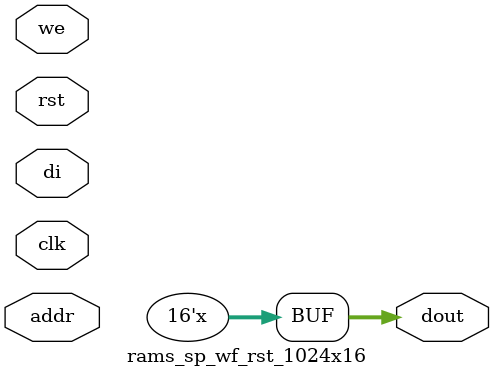
<source format=v>
/* Generated by Yosys 0.18+10 (git sha1 e9e2c024c, gcc 11.2.1 -fPIC -Os) */

module rams_sp_wf_rst_1024x16(clk, we, rst, addr, di, dout);
  input [9:0] addr;
  input clk;
  input [15:0] di;
  output [15:0] dout;
  input rst;
  input we;
  (* src = "/nfs_scratch/scratch/CompilerValidation/abdul_hameed/Validation/RTL_testcases/Memory_Designs/rams_sp_wf_rst_1024x16/./rtl/rams_sp_wf_rst_1024x16.v:6.13-6.17" *)
  (* src = "/nfs_scratch/scratch/CompilerValidation/abdul_hameed/Validation/RTL_testcases/Memory_Designs/rams_sp_wf_rst_1024x16/./rtl/rams_sp_wf_rst_1024x16.v:6.13-6.17" *)
  wire [9:0] addr;
  (* src = "/nfs_scratch/scratch/CompilerValidation/abdul_hameed/Validation/RTL_testcases/Memory_Designs/rams_sp_wf_rst_1024x16/./rtl/rams_sp_wf_rst_1024x16.v:3.7-3.10" *)
  (* src = "/nfs_scratch/scratch/CompilerValidation/abdul_hameed/Validation/RTL_testcases/Memory_Designs/rams_sp_wf_rst_1024x16/./rtl/rams_sp_wf_rst_1024x16.v:3.7-3.10" *)
  wire clk;
  (* src = "/nfs_scratch/scratch/CompilerValidation/abdul_hameed/Validation/RTL_testcases/Memory_Designs/rams_sp_wf_rst_1024x16/./rtl/rams_sp_wf_rst_1024x16.v:7.14-7.16" *)
  (* src = "/nfs_scratch/scratch/CompilerValidation/abdul_hameed/Validation/RTL_testcases/Memory_Designs/rams_sp_wf_rst_1024x16/./rtl/rams_sp_wf_rst_1024x16.v:7.14-7.16" *)
  wire [15:0] di;
  (* src = "/nfs_scratch/scratch/CompilerValidation/abdul_hameed/Validation/RTL_testcases/Memory_Designs/rams_sp_wf_rst_1024x16/./rtl/rams_sp_wf_rst_1024x16.v:8.15-8.19" *)
  (* src = "/nfs_scratch/scratch/CompilerValidation/abdul_hameed/Validation/RTL_testcases/Memory_Designs/rams_sp_wf_rst_1024x16/./rtl/rams_sp_wf_rst_1024x16.v:8.15-8.19" *)
  wire [15:0] dout;
  (* src = "/nfs_scratch/scratch/CompilerValidation/abdul_hameed/Validation/RTL_testcases/Memory_Designs/rams_sp_wf_rst_1024x16/./rtl/rams_sp_wf_rst_1024x16.v:5.7-5.10" *)
  (* src = "/nfs_scratch/scratch/CompilerValidation/abdul_hameed/Validation/RTL_testcases/Memory_Designs/rams_sp_wf_rst_1024x16/./rtl/rams_sp_wf_rst_1024x16.v:5.7-5.10" *)
  wire rst;
  (* src = "/nfs_scratch/scratch/CompilerValidation/abdul_hameed/Validation/RTL_testcases/Memory_Designs/rams_sp_wf_rst_1024x16/./rtl/rams_sp_wf_rst_1024x16.v:4.7-4.9" *)
  (* src = "/nfs_scratch/scratch/CompilerValidation/abdul_hameed/Validation/RTL_testcases/Memory_Designs/rams_sp_wf_rst_1024x16/./rtl/rams_sp_wf_rst_1024x16.v:4.7-4.9" *)
  wire we;
  assign dout = 16'hxxxx;
endmodule

</source>
